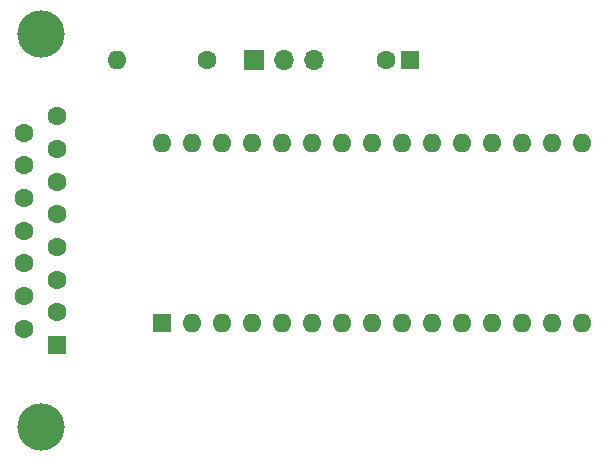
<source format=gbr>
%TF.GenerationSoftware,KiCad,Pcbnew,5.1.7*%
%TF.CreationDate,2020-11-23T17:15:20+01:00*%
%TF.ProjectId,gameport-adapter,67616d65-706f-4727-942d-616461707465,0.1*%
%TF.SameCoordinates,Original*%
%TF.FileFunction,Soldermask,Bot*%
%TF.FilePolarity,Negative*%
%FSLAX46Y46*%
G04 Gerber Fmt 4.6, Leading zero omitted, Abs format (unit mm)*
G04 Created by KiCad (PCBNEW 5.1.7) date 2020-11-23 17:15:20*
%MOMM*%
%LPD*%
G01*
G04 APERTURE LIST*
%ADD10O,1.600000X1.600000*%
%ADD11C,1.600000*%
%ADD12R,1.600000X1.600000*%
%ADD13O,1.700000X1.700000*%
%ADD14R,1.700000X1.700000*%
%ADD15C,4.000000*%
G04 APERTURE END LIST*
D10*
%TO.C,R1*%
X97790000Y-69215000D03*
D11*
X105410000Y-69215000D03*
%TD*%
%TO.C,C1*%
X120555000Y-69215000D03*
D12*
X122555000Y-69215000D03*
%TD*%
D13*
%TO.C,JP1*%
X114427000Y-69215000D03*
X111887000Y-69215000D03*
D14*
X109347000Y-69215000D03*
%TD*%
D10*
%TO.C,A1*%
X137160000Y-76200000D03*
X137160000Y-91440000D03*
X101600000Y-76200000D03*
X134620000Y-91440000D03*
X104140000Y-76200000D03*
X132080000Y-91440000D03*
X106680000Y-76200000D03*
X129540000Y-91440000D03*
X109220000Y-76200000D03*
X127000000Y-91440000D03*
X111760000Y-76200000D03*
X124460000Y-91440000D03*
X114300000Y-76200000D03*
X121920000Y-91440000D03*
X116840000Y-76200000D03*
X119380000Y-91440000D03*
X119380000Y-76200000D03*
X116840000Y-91440000D03*
X121920000Y-76200000D03*
X114300000Y-91440000D03*
X124460000Y-76200000D03*
X111760000Y-91440000D03*
X127000000Y-76200000D03*
X109220000Y-91440000D03*
X129540000Y-76200000D03*
X106680000Y-91440000D03*
X132080000Y-76200000D03*
X104140000Y-91440000D03*
X134620000Y-76200000D03*
D12*
X101600000Y-91440000D03*
%TD*%
D15*
%TO.C,CONN1*%
X91290000Y-100300000D03*
X91290000Y-67000000D03*
D11*
X89870000Y-75340000D03*
X89870000Y-78110000D03*
X89870000Y-80880000D03*
X89870000Y-83650000D03*
X89870000Y-86420000D03*
X89870000Y-89190000D03*
X89870000Y-91960000D03*
X92710000Y-73955000D03*
X92710000Y-76725000D03*
X92710000Y-79495000D03*
X92710000Y-82265000D03*
X92710000Y-85035000D03*
X92710000Y-87805000D03*
X92710000Y-90575000D03*
D12*
X92710000Y-93345000D03*
%TD*%
M02*

</source>
